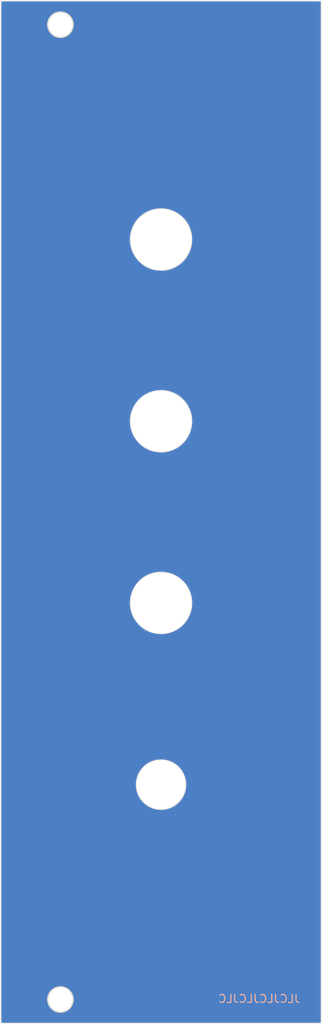
<source format=kicad_pcb>
(kicad_pcb (version 20211014) (generator pcbnew)

  (general
    (thickness 1.6)
  )

  (paper "A4")
  (title_block
    (title "Power Supply Panel")
    (date "2021-06-07")
    (rev "1.0")
  )

  (layers
    (0 "F.Cu" signal)
    (31 "B.Cu" signal)
    (32 "B.Adhes" user "B.Adhesive")
    (33 "F.Adhes" user "F.Adhesive")
    (34 "B.Paste" user)
    (35 "F.Paste" user)
    (36 "B.SilkS" user "B.Silkscreen")
    (37 "F.SilkS" user "F.Silkscreen")
    (38 "B.Mask" user)
    (39 "F.Mask" user)
    (40 "Dwgs.User" user "User.Drawings")
    (41 "Cmts.User" user "User.Comments")
    (42 "Eco1.User" user "User.Eco1")
    (43 "Eco2.User" user "User.Eco2")
    (44 "Edge.Cuts" user)
    (45 "Margin" user)
    (46 "B.CrtYd" user "B.Courtyard")
    (47 "F.CrtYd" user "F.Courtyard")
    (48 "B.Fab" user)
    (49 "F.Fab" user)
  )

  (setup
    (pad_to_mask_clearance 0)
    (pcbplotparams
      (layerselection 0x00010fc_ffffffff)
      (disableapertmacros false)
      (usegerberextensions true)
      (usegerberattributes false)
      (usegerberadvancedattributes false)
      (creategerberjobfile false)
      (svguseinch false)
      (svgprecision 6)
      (excludeedgelayer true)
      (plotframeref false)
      (viasonmask false)
      (mode 1)
      (useauxorigin false)
      (hpglpennumber 1)
      (hpglpenspeed 20)
      (hpglpendiameter 15.000000)
      (dxfpolygonmode true)
      (dxfimperialunits true)
      (dxfusepcbnewfont true)
      (psnegative false)
      (psa4output false)
      (plotreference true)
      (plotvalue false)
      (plotinvisibletext false)
      (sketchpadsonfab false)
      (subtractmaskfromsilk true)
      (outputformat 1)
      (mirror false)
      (drillshape 0)
      (scaleselection 1)
      (outputdirectory "gerbers/")
    )
  )

  (net 0 "")

  (gr_circle (center 138.7 33.2) (end 140.3 33.2) (layer "B.Mask") (width 2) (fill none) (tstamp 5fc03015-6f9b-4e08-9fd5-ba1cb6c63544))
  (gr_circle (center 138.7 155.7) (end 140.3 155.7) (layer "B.Mask") (width 2) (fill none) (tstamp 936bfc53-c96b-4a2a-919d-38082ae3a191))
  (gr_circle (center 151.35 128.7) (end 154.95 128.7) (layer "B.Mask") (width 5) (fill none) (tstamp d3a8e1a9-d4d6-43c3-a281-bf9d31297aeb))
  (gr_circle (center 138.7 33.2) (end 140.3 33.2) (layer "F.Mask") (width 2) (fill none) (tstamp 424012fd-48f4-4cba-9107-720f1512372b))
  (gr_circle (center 138.7 155.7) (end 140.3 155.7) (layer "F.Mask") (width 2) (fill none) (tstamp cc5cfc5b-07f7-4d97-89c7-bcfdfbae9ca7))
  (gr_circle (center 151.35 128.7) (end 154.95 128.7) (layer "F.Mask") (width 5) (fill none) (tstamp f3509610-03b3-4a5c-988c-cbd92bd1f824))
  (gr_line (start 131.2 158.7) (end 131.2 30.2) (layer "Edge.Cuts") (width 0.05) (tstamp 00000000-0000-0000-0000-000060bf992d))
  (gr_circle (center 151.35 105.866667) (end 155.2 105.866667) (layer "Edge.Cuts") (width 0.05) (fill none) (tstamp 00000000-0000-0000-0000-000060bf9949))
  (gr_circle (center 138.7 155.7) (end 140.3 155.7) (layer "Edge.Cuts") (width 0.15) (fill none) (tstamp 00000000-0000-0000-0000-000060bf998e))
  (gr_line (start 171.5 30.2) (end 171.5 158.7) (layer "Edge.Cuts") (width 0.05) (tstamp 02165243-61a3-4857-84ba-71a77cb9a387))
  (gr_circle (center 151.35 60.2) (end 155.2 60.2) (layer "Edge.Cuts") (width 0.05) (fill none) (tstamp 3559e287-424e-4397-b080-77c7ba6f395b))
  (gr_circle (center 138.7 33.2) (end 140.3 33.2) (layer "Edge.Cuts") (width 0.15) (fill none) (tstamp 563c12e4-8f8c-446c-a11f-94f5aa93b994))
  (gr_line (start 131.2 30.2) (end 171.5 30.2) (layer "Edge.Cuts") (width 0.05) (tstamp 825c70b0-4860-42b7-97dc-86bfa46e06fd))
  (gr_line (start 171.5 158.7) (end 131.2 158.7) (layer "Edge.Cuts") (width 0.05) (tstamp 9ff4672a-e1a4-4a1e-887d-1b9a3429d278))
  (gr_circle (center 151.35 128.7) (end 154.45 128.7) (layer "Edge.Cuts") (width 0.05) (fill none) (tstamp d0dfd7c1-401d-4f64-8463-f4c0813ac28f))
  (gr_circle (center 151.35 83.033333) (end 155.2 83.033333) (layer "Edge.Cuts") (width 0.05) (fill none) (tstamp f1dd8642-b405-490b-a449-d1cc5797fda8))
  (gr_text "JLCJLCJLCJLC" (at 163.7 155.6) (layer "B.SilkS") (tstamp 681bd495-c396-44ce-92bd-4b397cd48c04)
    (effects (font (size 1 1) (thickness 0.15)) (justify mirror))
  )
  (gr_text "On" (at 144.35 138.7) (layer "F.Mask") (tstamp 00000000-0000-0000-0000-000060bf995d)
    (effects (font (size 2.5 2.5) (thickness 0.25)))
  )
  (gr_text "+12V" (at 151.35 70.2) (layer "F.Mask") (tstamp 3934cdea-42c8-4ab1-b1be-2c4978ab08ae)
    (effects (font (size 2.5 2.5) (thickness 0.25)))
  )
  (gr_text "Off" (at 158.35 138.7) (layer "F.Mask") (tstamp 68b52f01-fa04-4908-bf88-60c62ace1cfa)
    (effects (font (size 2.5 2.5) (thickness 0.25)))
  )
  (gr_text "-12V" (at 151.35 93.033333) (layer "F.Mask") (tstamp 7e969d15-6cc0-4258-8b27-586608a21adb)
    (effects (font (size 2.5 2.5) (thickness 0.25)))
  )
  (gr_text "Power" (at 151.35 45.2) (layer "F.Mask") (tstamp 99030c03-63b4-49ba-b5ab-4d56974f7963)
    (effects (font (size 8 8) (thickness 1.2)))
  )
  (gr_text "+5V" (at 151.35 115.866667) (layer "F.Mask") (tstamp b8c83ad1-b3c9-495c-bdc6-62dead00f5ad)
    (effects (font (size 2.5 2.5) (thickness 0.25)))
  )

  (zone (net 0) (net_name "") (layer "F.Cu") (tstamp 00000000-0000-0000-0000-000060d15646) (hatch edge 0.508)
    (connect_pads (clearance 0))
    (min_thickness 0.254) (filled_areas_thickness no)
    (fill yes (thermal_gap 0.508) (thermal_bridge_width 0.508))
    (polygon
      (pts
        (xy 171.6 158.8)
        (xy 131.1 158.8)
        (xy 131.1 30.1)
        (xy 171.6 30.1)
      )
    )
    (filled_polygon
      (layer "F.Cu")
      (island)
      (pts
        (xy 171.367121 30.295002)
        (xy 171.413614 30.348658)
        (xy 171.425 30.401)
        (xy 171.425 158.499)
        (xy 171.404998 158.567121)
        (xy 171.351342 158.613614)
        (xy 171.299 158.625)
        (xy 131.401 158.625)
        (xy 131.332879 158.604998)
        (xy 131.286386 158.551342)
        (xy 131.275 158.499)
        (xy 131.275 155.656031)
        (xy 137.020879 155.656031)
        (xy 137.022991 155.7)
        (xy 137.032823 155.904704)
        (xy 137.081393 156.148879)
        (xy 137.16552 156.383194)
        (xy 137.283358 156.602501)
        (xy 137.286153 156.606244)
        (xy 137.286155 156.606247)
        (xy 137.429525 156.798242)
        (xy 137.42953 156.798248)
        (xy 137.432317 156.80198)
        (xy 137.609124 156.977252)
        (xy 137.612886 156.98001)
        (xy 137.612889 156.980013)
        (xy 137.806122 157.121697)
        (xy 137.809896 157.124464)
        (xy 137.814039 157.126644)
        (xy 137.814041 157.126645)
        (xy 138.026072 157.2382)
        (xy 138.026077 157.238202)
        (xy 138.030222 157.240383)
        (xy 138.034645 157.241928)
        (xy 138.034646 157.241928)
        (xy 138.161828 157.286342)
        (xy 138.265262 157.322463)
        (xy 138.269855 157.323335)
        (xy 138.505264 157.368029)
        (xy 138.505267 157.368029)
        (xy 138.509853 157.3689)
        (xy 138.628117 157.373547)
        (xy 138.753953 157.378491)
        (xy 138.753958 157.378491)
        (xy 138.758621 157.378674)
        (xy 138.91161 157.361919)
        (xy 139.001454 157.352079)
        (xy 139.001456 157.352079)
        (xy 139.0061 157.35157)
        (xy 139.246856 157.288185)
        (xy 139.475598 157.189909)
        (xy 139.687301 157.058903)
        (xy 139.783752 156.977252)
        (xy 139.873743 156.901069)
        (xy 139.873744 156.901068)
        (xy 139.877315 156.898045)
        (xy 139.96484 156.798242)
        (xy 140.03839 156.714375)
        (xy 140.038393 156.714371)
        (xy 140.041466 156.710867)
        (xy 140.081741 156.648252)
        (xy 140.173618 156.505413)
        (xy 140.173621 156.505408)
        (xy 140.176146 156.501482)
        (xy 140.278399 156.27449)
        (xy 140.345977 156.034878)
        (xy 140.377395 155.787909)
        (xy 140.379697 155.7)
        (xy 140.361247 155.451725)
        (xy 140.351427 155.408324)
        (xy 140.307333 155.213461)
        (xy 140.306302 155.208904)
        (xy 140.28834 155.162714)
        (xy 140.217763 154.981225)
        (xy 140.217762 154.981223)
        (xy 140.21607 154.976872)
        (xy 140.092532 154.760725)
        (xy 139.938403 154.565213)
        (xy 139.757068 154.39463)
        (xy 139.552511 154.252724)
        (xy 139.54832 154.250657)
        (xy 139.333414 154.144677)
        (xy 139.333411 154.144676)
        (xy 139.329226 154.142612)
        (xy 139.275347 154.125365)
        (xy 139.096562 154.068136)
        (xy 139.096564 154.068136)
        (xy 139.092117 154.066713)
        (xy 138.957653 154.044814)
        (xy 138.851007 154.027446)
        (xy 138.851006 154.027446)
        (xy 138.846395 154.026695)
        (xy 138.721926 154.025065)
        (xy 138.602134 154.023497)
        (xy 138.602131 154.023497)
        (xy 138.597457 154.023436)
        (xy 138.350771 154.057008)
        (xy 138.346281 154.058317)
        (xy 138.346275 154.058318)
        (xy 138.116251 154.125365)
        (xy 138.116246 154.125367)
        (xy 138.111758 154.126675)
        (xy 138.107511 154.128633)
        (xy 138.107508 154.128634)
        (xy 138.023114 154.16754)
        (xy 137.885667 154.230904)
        (xy 137.881758 154.233467)
        (xy 137.681378 154.364841)
        (xy 137.681373 154.364845)
        (xy 137.677465 154.367407)
        (xy 137.646964 154.39463)
        (xy 137.566722 154.466249)
        (xy 137.491727 154.533184)
        (xy 137.332533 154.724595)
        (xy 137.203379 154.937434)
        (xy 137.107104 155.167024)
        (xy 137.045821 155.408324)
        (xy 137.020879 155.656031)
        (xy 131.275 155.656031)
        (xy 131.275 128.6556)
        (xy 148.170307 128.6556)
        (xy 148.170398 128.657764)
        (xy 148.185174 129.010314)
        (xy 148.239488 129.36116)
        (xy 148.332571 129.703765)
        (xy 148.333861 129.707024)
        (xy 148.333863 129.707029)
        (xy 148.383524 129.832458)
        (xy 148.463265 130.033859)
        (xy 148.629939 130.347327)
        (xy 148.631929 130.350233)
        (xy 148.63193 130.350235)
        (xy 148.765761 130.545689)
        (xy 148.830517 130.640263)
        (xy 149.062497 130.909016)
        (xy 149.32299 131.150234)
        (xy 149.608747 131.360913)
        (xy 149.916208 131.538426)
        (xy 149.999388 131.574766)
        (xy 150.238318 131.679153)
        (xy 150.238328 131.679157)
        (xy 150.24154 131.68056)
        (xy 150.244897 131.681599)
        (xy 150.244902 131.681601)
        (xy 150.38594 131.725259)
        (xy 150.580688 131.785543)
        (xy 150.584144 131.786202)
        (xy 150.584143 131.786202)
        (xy 150.925973 131.85141)
        (xy 150.925978 131.851411)
        (xy 150.929424 131.852068)
        (xy 151.123971 131.867038)
        (xy 151.279906 131.879037)
        (xy 151.279908 131.879037)
        (xy 151.283403 131.879306)
        (xy 151.518559 131.871094)
        (xy 151.634696 131.867038)
        (xy 151.6347 131.867038)
        (xy 151.638212 131.866915)
        (xy 151.641691 131.866401)
        (xy 151.641694 131.866401)
        (xy 151.985936 131.815568)
        (xy 151.985942 131.815567)
        (xy 151.989428 131.815052)
        (xy 151.992832 131.814153)
        (xy 151.992835 131.814152)
        (xy 152.329284 131.725259)
        (xy 152.329285 131.725259)
        (xy 152.332675 131.724363)
        (xy 152.663673 131.595977)
        (xy 152.978298 131.431495)
        (xy 153.272627 131.232968)
        (xy 153.372663 131.147831)
        (xy 153.540319 131.005144)
        (xy 153.54032 131.005143)
        (xy 153.542992 131.002869)
        (xy 153.573064 130.970846)
        (xy 153.783613 130.746635)
        (xy 153.783617 130.74663)
        (xy 153.786024 130.744067)
        (xy 153.788129 130.741253)
        (xy 153.788135 130.741246)
        (xy 153.996583 130.462606)
        (xy 153.998692 130.459787)
        (xy 154.178347 130.153573)
        (xy 154.231647 130.033859)
        (xy 154.321316 129.832458)
        (xy 154.321318 129.832454)
        (xy 154.322748 129.829241)
        (xy 154.430097 129.490835)
        (xy 154.499055 129.142571)
        (xy 154.528763 128.788791)
        (xy 154.528824 128.784463)
        (xy 154.529973 128.702177)
        (xy 154.529973 128.702165)
        (xy 154.530003 128.7)
        (xy 154.527718 128.65912)
        (xy 154.510381 128.349036)
        (xy 154.510185 128.345528)
        (xy 154.492636 128.24177)
        (xy 154.451565 127.998944)
        (xy 154.451564 127.998939)
        (xy 154.450978 127.995475)
        (xy 154.35312 127.654203)
        (xy 154.305863 127.539548)
        (xy 154.219168 127.329211)
        (xy 154.219164 127.329204)
        (xy 154.21783 127.325966)
        (xy 154.046795 127.014855)
        (xy 153.886846 126.788111)
        (xy 153.844184 126.727634)
        (xy 153.844183 126.727632)
        (xy 153.842148 126.724748)
        (xy 153.606437 126.459261)
        (xy 153.342602 126.221703)
        (xy 153.053931 126.015035)
        (xy 153.050868 126.013323)
        (xy 153.050863 126.01332)
        (xy 152.892103 125.924592)
        (xy 152.744022 125.841832)
        (xy 152.740777 125.840468)
        (xy 152.740773 125.840466)
        (xy 152.419979 125.705617)
        (xy 152.416737 125.704254)
        (xy 152.413374 125.703264)
        (xy 152.413365 125.703261)
        (xy 152.20338 125.64146)
        (xy 152.076156 125.604016)
        (xy 151.726525 125.542367)
        (xy 151.723014 125.542146)
        (xy 151.723013 125.542146)
        (xy 151.375718 125.520295)
        (xy 151.375712 125.520295)
        (xy 151.3722 125.520074)
        (xy 151.271889 125.52498)
        (xy 151.021106 125.537245)
        (xy 151.021098 125.537246)
        (xy 151.017599 125.537417)
        (xy 151.014131 125.537979)
        (xy 151.014128 125.537979)
        (xy 150.670616 125.593616)
        (xy 150.670613 125.593617)
        (xy 150.667141 125.594179)
        (xy 150.663754 125.595125)
        (xy 150.663748 125.595126)
        (xy 150.38465 125.673053)
        (xy 150.325194 125.689653)
        (xy 150.285682 125.705617)
        (xy 149.999285 125.821328)
        (xy 149.999281 125.82133)
        (xy 149.996021 125.822647)
        (xy 149.992934 125.824316)
        (xy 149.99293 125.824318)
        (xy 149.970611 125.836386)
        (xy 149.683723 125.991506)
        (xy 149.392195 126.194123)
        (xy 149.389553 126.196436)
        (xy 149.389549 126.196439)
        (xy 149.357998 126.22406)
        (xy 149.125068 126.427975)
        (xy 148.885674 126.690145)
        (xy 148.676996 126.977366)
        (xy 148.501634 127.286059)
        (xy 148.361775 127.612375)
        (xy 148.259161 127.952247)
        (xy 148.195072 128.30144)
        (xy 148.170307 128.6556)
        (xy 131.275 128.6556)
        (xy 131.275 105.852949)
        (xy 147.41998 105.852949)
        (xy 147.420006 105.85349)
        (xy 147.438713 106.250172)
        (xy 147.497491 106.643469)
        (xy 147.498277 106.646551)
        (xy 147.498277 106.646553)
        (xy 147.593638 107.020667)
        (xy 147.595714 107.028813)
        (xy 147.611166 107.071038)
        (xy 147.710206 107.341677)
        (xy 147.732375 107.402258)
        (xy 147.906076 107.75998)
        (xy 148.115038 108.098318)
        (xy 148.357121 108.413807)
        (xy 148.359303 108.416123)
        (xy 148.359312 108.416133)
        (xy 148.550037 108.618524)
        (xy 148.629847 108.703216)
        (xy 148.662552 108.731546)
        (xy 148.928013 108.961497)
        (xy 148.92802 108.961503)
        (xy 148.930423 108.963584)
        (xy 149.255773 109.192243)
        (xy 149.602564 109.386854)
        (xy 149.605478 109.388121)
        (xy 149.605482 109.388123)
        (xy 149.665012 109.414007)
        (xy 149.967247 109.545422)
        (xy 150.123191 109.59519)
        (xy 150.343043 109.665354)
        (xy 150.343051 109.665356)
        (xy 150.346087 109.666325)
        (xy 150.557256 109.710826)
        (xy 150.732087 109.747669)
        (xy 150.732092 109.74767)
        (xy 150.735206 109.748326)
        (xy 151.130619 109.790583)
        (xy 151.133806 109.7906)
        (xy 151.133812 109.7906)
        (xy 151.3144 109.791545)
        (xy 151.528279 109.792665)
        (xy 151.635383 109.782352)
        (xy 151.920929 109.754858)
        (xy 151.920937 109.754857)
        (xy 151.924113 109.754551)
        (xy 152.314069 109.67663)
        (xy 152.317105 109.675696)
        (xy 152.317113 109.675694)
        (xy 152.691112 109.560636)
        (xy 152.691115 109.560635)
        (xy 152.694154 109.5597)
        (xy 152.697082 109.558463)
        (xy 152.697088 109.558461)
        (xy 152.861975 109.48881)
        (xy 153.060477 109.404959)
        (xy 153.06328 109.403424)
        (xy 153.063285 109.403422)
        (xy 153.315442 109.26537)
        (xy 153.409288 109.213991)
        (xy 153.737014 108.988751)
        (xy 153.739453 108.986683)
        (xy 153.739459 108.986678)
        (xy 154.03786 108.733616)
        (xy 154.037868 108.733608)
        (xy 154.0403 108.731546)
        (xy 154.042508 108.729251)
        (xy 154.042516 108.729244)
        (xy 154.313827 108.44731)
        (xy 154.313829 108.447307)
        (xy 154.316042 108.445008)
        (xy 154.561415 108.132071)
        (xy 154.773909 107.79594)
        (xy 154.775326 107.793097)
        (xy 154.775331 107.793089)
        (xy 154.949926 107.442904)
        (xy 154.951346 107.440056)
        (xy 155.09191 107.068063)
        (xy 155.194163 106.683769)
        (xy 155.199327 106.651534)
        (xy 155.256552 106.29426)
        (xy 155.257057 106.291109)
        (xy 155.258023 106.274365)
        (xy 155.27985 105.895799)
        (xy 155.279948 105.894104)
        (xy 155.280044 105.866667)
        (xy 155.279377 105.85349)
        (xy 155.260086 105.472684)
        (xy 155.260085 105.472679)
        (xy 155.259925 105.469511)
        (xy 155.199774 105.076422)
        (xy 155.100206 104.691424)
        (xy 154.962242 104.318458)
        (xy 154.824118 104.036511)
        (xy 154.788695 103.964203)
        (xy 154.788692 103.964197)
        (xy 154.787294 103.961344)
        (xy 154.577153 103.623738)
        (xy 154.33397 103.309096)
        (xy 154.060235 103.02064)
        (xy 153.758752 102.761323)
        (xy 153.432606 102.533801)
        (xy 153.085137 102.340402)
        (xy 153.082217 102.339144)
        (xy 153.082212 102.339142)
        (xy 152.722837 102.184371)
        (xy 152.722827 102.184367)
        (xy 152.719903 102.183108)
        (xy 152.340644 102.063527)
        (xy 152.061081 102.005633)
        (xy 151.954366 101.983533)
        (xy 151.954363 101.983533)
        (xy 151.951241 101.982886)
        (xy 151.646703 101.951415)
        (xy 151.558839 101.942335)
        (xy 151.558836 101.942335)
        (xy 151.555683 101.942009)
        (xy 151.552517 101.942003)
        (xy 151.552508 101.942003)
        (xy 151.356105 101.941661)
        (xy 151.158018 101.941315)
        (xy 150.894346 101.967633)
        (xy 150.765505 101.980493)
        (xy 150.765503 101.980493)
        (xy 150.76232 101.980811)
        (xy 150.75918 101.98145)
        (xy 150.759179 101.98145)
        (xy 150.375772 102.059455)
        (xy 150.375765 102.059457)
        (xy 150.372638 102.060093)
        (xy 149.992963 102.178348)
        (xy 149.990023 102.179602)
        (xy 149.630119 102.333114)
        (xy 149.630115 102.333116)
        (xy 149.627182 102.334367)
        (xy 149.279041 102.526551)
        (xy 149.27642 102.528366)
        (xy 149.276415 102.528369)
        (xy 149.265938 102.535624)
        (xy 148.952103 102.752934)
        (xy 148.949675 102.755008)
        (xy 148.949672 102.75501)
        (xy 148.808276 102.875774)
        (xy 148.649716 103.011197)
        (xy 148.647516 103.013499)
        (xy 148.647513 103.013502)
        (xy 148.542064 103.123848)
        (xy 148.374976 103.298695)
        (xy 148.130696 103.612486)
        (xy 148.129 103.61519)
        (xy 148.128997 103.615194)
        (xy 148.068131 103.712223)
        (xy 147.919378 103.949357)
        (xy 147.743184 104.305858)
        (xy 147.603919 104.67834)
        (xy 147.503008 105.062989)
        (xy 147.441485 105.455866)
        (xy 147.41998 105.852949)
        (xy 131.275 105.852949)
        (xy 131.275 83.019615)
        (xy 147.41998 83.019615)
        (xy 147.420006 83.020156)
        (xy 147.438713 83.416838)
        (xy 147.497491 83.810135)
        (xy 147.498277 83.813217)
        (xy 147.498277 83.813219)
        (xy 147.593638 84.187333)
        (xy 147.595714 84.195479)
        (xy 147.611166 84.237704)
        (xy 147.710206 84.508343)
        (xy 147.732375 84.568924)
        (xy 147.906076 84.926646)
        (xy 148.115038 85.264984)
        (xy 148.357121 85.580473)
        (xy 148.359303 85.582789)
        (xy 148.359312 85.582799)
        (xy 148.550037 85.78519)
        (xy 148.629847 85.869882)
        (xy 148.662552 85.898212)
        (xy 148.928013 86.128163)
        (xy 148.92802 86.128169)
        (xy 148.930423 86.13025)
        (xy 149.255773 86.358909)
        (xy 149.602564 86.55352)
        (xy 149.605478 86.554787)
        (xy 149.605482 86.554789)
        (xy 149.665012 86.580673)
        (xy 149.967247 86.712088)
        (xy 150.123191 86.761856)
        (xy 150.343043 86.83202)
        (xy 150.343051 86.832022)
        (xy 150.346087 86.832991)
        (xy 150.557256 86.877492)
        (xy 150.732087 86.914335)
        (xy 150.732092 86.914336)
        (xy 150.735206 86.914992)
        (xy 151.130619 86.957249)
        (xy 151.133806 86.957266)
        (xy 151.133812 86.957266)
        (xy 151.3144 86.958211)
        (xy 151.528279 86.959331)
        (xy 151.635383 86.949018)
        (xy 151.920929 86.921524)
        (xy 151.920937 86.921523)
        (xy 151.924113 86.921217)
        (xy 152.314069 86.843296)
        (xy 152.317105 86.842362)
        (xy 152.317113 86.84236)
        (xy 152.691112 86.727302)
        (xy 152.691115 86.727301)
        (xy 152.694154 86.726366)
        (xy 152.697082 86.725129)
        (xy 152.697088 86.725127)
        (xy 152.861975 86.655476)
        (xy 153.060477 86.571625)
        (xy 153.06328 86.57009)
        (xy 153.063285 86.570088)
        (xy 153.315442 86.432036)
        (xy 153.409288 86.380657)
        (xy 153.737014 86.155417)
        (xy 153.739453 86.153349)
        (xy 153.739459 86.153344)
        (xy 154.03786 85.900282)
        (xy 154.037868 85.900274)
        (xy 154.0403 85.898212)
        (xy 154.042508 85.895917)
        (xy 154.042516 85.89591)
        (xy 154.313827 85.613976)
        (xy 154.313829 85.613973)
        (xy 154.316042 85.611674)
        (xy 154.561415 85.298737)
        (xy 154.773909 84.962606)
        (xy 154.775326 84.959763)
        (xy 154.775331 84.959755)
        (xy 154.949926 84.60957)
        (xy 154.951346 84.606722)
        (xy 155.09191 84.234729)
        (xy 155.194163 83.850435)
        (xy 155.199327 83.8182)
        (xy 155.256552 83.460926)
        (xy 155.257057 83.457775)
        (xy 155.258023 83.441031)
        (xy 155.27985 83.062465)
        (xy 155.279948 83.06077)
        (xy 155.280044 83.033333)
        (xy 155.279377 83.020156)
        (xy 155.260086 82.63935)
        (xy 155.260085 82.639345)
        (xy 155.259925 82.636177)
        (xy 155.199774 82.243088)
        (xy 155.100206 81.85809)
        (xy 154.962242 81.485124)
        (xy 154.824118 81.203177)
        (xy 154.788695 81.130869)
        (xy 154.788692 81.130863)
        (xy 154.787294 81.12801)
        (xy 154.577153 80.790404)
        (xy 154.33397 80.475762)
        (xy 154.060235 80.187306)
        (xy 153.758752 79.927989)
        (xy 153.432606 79.700467)
        (xy 153.085137 79.507068)
        (xy 153.082217 79.50581)
        (xy 153.082212 79.505808)
        (xy 152.722837 79.351037)
        (xy 152.722827 79.351033)
        (xy 152.719903 79.349774)
        (xy 152.340644 79.230193)
        (xy 152.061081 79.172299)
        (xy 151.954366 79.150199)
        (xy 151.954363 79.150199)
        (xy 151.951241 79.149552)
        (xy 151.646703 79.118081)
        (xy 151.558839 79.109001)
        (xy 151.558836 79.109001)
        (xy 151.555683 79.108675)
        (xy 151.552517 79.108669)
        (xy 151.552508 79.108669)
        (xy 151.356105 79.108327)
        (xy 151.158018 79.107981)
        (xy 150.894346 79.134299)
        (xy 150.765505 79.147159)
        (xy 150.765503 79.147159)
        (xy 150.76232 79.147477)
        (xy 150.75918 79.148116)
        (xy 150.759179 79.148116)
        (xy 150.375772 79.226121)
        (xy 150.375765 79.226123)
        (xy 150.372638 79.226759)
        (xy 149.992963 79.345014)
        (xy 149.990023 79.346268)
        (xy 149.630119 79.49978)
        (xy 149.630115 79.499782)
        (xy 149.627182 79.501033)
        (xy 149.279041 79.693217)
        (xy 149.27642 79.695032)
        (xy 149.276415 79.695035)
        (xy 149.265938 79.70229)
        (xy 148.952103 79.9196)
        (xy 148.949675 79.921674)
        (xy 148.949672 79.921676)
        (xy 148.808276 80.04244)
        (xy 148.649716 80.177863)
        (xy 148.647516 80.180165)
        (xy 148.647513 80.180168)
        (xy 148.542064 80.290514)
        (xy 148.374976 80.465361)
        (xy 148.130696 80.779152)
        (xy 148.129 80.781856)
        (xy 148.128997 80.78186)
        (xy 148.068131 80.878889)
        (xy 147.919378 81.116023)
        (xy 147.743184 81.472524)
        (xy 147.603919 81.845006)
        (xy 147.503008 82.229655)
        (xy 147.441485 82.622532)
        (xy 147.41998 83.019615)
        (xy 131.275 83.019615)
        (xy 131.275 60.186282)
        (xy 147.41998 60.186282)
        (xy 147.420006 60.186823)
        (xy 147.438713 60.583505)
        (xy 147.497491 60.976802)
        (xy 147.498277 60.979884)
        (xy 147.498277 60.979886)
        (xy 147.593638 61.354)
        (xy 147.595714 61.362146)
        (xy 147.611166 61.404371)
        (xy 147.710206 61.67501)
        (xy 147.732375 61.735591)
        (xy 147.906076 62.093313)
        (xy 148.115038 62.431651)
        (xy 148.357121 62.74714)
        (xy 148.359303 62.749456)
        (xy 148.359312 62.749466)
        (xy 148.550037 62.951857)
        (xy 148.629847 63.036549)
        (xy 148.662552 63.064879)
        (xy 148.928013 63.29483)
        (xy 148.92802 63.294836)
        (xy 148.930423 63.296917)
        (xy 149.255773 63.525576)
        (xy 149.602564 63.720187)
        (xy 149.605478 63.721454)
        (xy 149.605482 63.721456)
        (xy 149.665012 63.74734)
        (xy 149.967247 63.878755)
        (xy 150.123191 63.928523)
        (xy 150.343043 63.998687)
        (xy 150.343051 63.998689)
        (xy 150.346087 63.999658)
        (xy 150.557256 64.044159)
        (xy 150.732087 64.081002)
        (xy 150.732092 64.081003)
        (xy 150.735206 64.081659)
        (xy 151.130619 64.123916)
        (xy 151.133806 64.123933)
        (xy 151.133812 64.123933)
        (xy 151.3144 64.124878)
        (xy 151.528279 64.125998)
        (xy 151.635383 64.115685)
        (xy 151.920929 64.088191)
        (xy 151.920937 64.08819)
        (xy 151.924113 64.087884)
        (xy 152.314069 64.009963)
        (xy 152.317105 64.009029)
        (xy 152.317113 64.009027)
        (xy 152.691112 63.893969)
        (xy 152.691115 63.893968)
        (xy 152.694154 63.893033)
        (xy 152.697082 63.891796)
        (xy 152.697088 63.891794)
        (xy 152.861975 63.822143)
        (xy 153.060477 63.738292)
        (xy 153.06328 63.736757)
        (xy 153.063285 63.736755)
        (xy 153.315442 63.598703)
        (xy 153.409288 63.547324)
        (xy 153.737014 63.322084)
        (xy 153.739453 63.320016)
        (xy 153.739459 63.320011)
        (xy 154.03786 63.066949)
        (xy 154.037868 63.066941)
        (xy 154.0403 63.064879)
        (xy 154.042508 63.062584)
        (xy 154.042516 63.062577)
        (xy 154.313827 62.780643)
        (xy 154.313829 62.78064)
        (xy 154.316042 62.778341)
        (xy 154.561415 62.465404)
        (xy 154.773909 62.129273)
        (xy 154.775326 62.12643)
        (xy 154.775331 62.126422)
        (xy 154.949926 61.776237)
        (xy 154.951346 61.773389)
        (xy 155.09191 61.401396)
        (xy 155.194163 61.017102)
        (xy 155.199327 60.984867)
        (xy 155.256552 60.627593)
        (xy 155.257057 60.624442)
        (xy 155.258023 60.607698)
        (xy 155.27985 60.229132)
        (xy 155.279948 60.227437)
        (xy 155.280044 60.2)
        (xy 155.279377 60.186823)
        (xy 155.260086 59.806017)
        (xy 155.260085 59.806012)
        (xy 155.259925 59.802844)
        (xy 155.199774 59.409755)
        (xy 155.100206 59.024757)
        (xy 154.962242 58.651791)
        (xy 154.824118 58.369844)
        (xy 154.788695 58.297536)
        (xy 154.788692 58.29753)
        (xy 154.787294 58.294677)
        (xy 154.577153 57.957071)
        (xy 154.33397 57.642429)
        (xy 154.060235 57.353973)
        (xy 153.758752 57.094656)
        (xy 153.432606 56.867134)
        (xy 153.085137 56.673735)
        (xy 153.082217 56.672477)
        (xy 153.082212 56.672475)
        (xy 152.722837 56.517704)
        (xy 152.722827 56.5177)
        (xy 152.719903 56.516441)
        (xy 152.340644 56.39686)
        (xy 152.061081 56.338966)
        (xy 151.954366 56.316866)
        (xy 151.954363 56.316866)
        (xy 151.951241 56.316219)
        (xy 151.646703 56.284748)
        (xy 151.558839 56.275668)
        (xy 151.558836 56.275668)
        (xy 151.555683 56.275342)
        (xy 151.552517 56.275336)
        (xy 151.552508 56.275336)
        (xy 151.356105 56.274994)
        (xy 151.158018 56.274648)
        (xy 150.894346 56.300966)
        (xy 150.765505 56.313826)
        (xy 150.765503 56.313826)
        (xy 150.76232 56.314144)
        (xy 150.75918 56.314783)
        (xy 150.759179 56.314783)
        (xy 150.375772 56.392788)
        (xy 150.375765 56.39279)
        (xy 150.372638 56.393426)
        (xy 149.992963 56.511681)
        (xy 149.990023 56.512935)
        (xy 149.630119 56.666447)
        (xy 149.630115 56.666449)
        (xy 149.627182 56.6677)
        (xy 149.279041 56.859884)
        (xy 149.27642 56.861699)
        (xy 149.276415 56.861702)
        (xy 149.265938 56.868957)
        (xy 148.952103 57.086267)
        (xy 148.949675 57.088341)
        (xy 148.949672 57.088343)
        (xy 148.808276 57.209107)
        (xy 148.649716 57.34453)
        (xy 148.647516 57.346832)
        (xy 148.647513 57.346835)
        (xy 148.542064 57.457181)
        (xy 148.374976 57.632028)
        (xy 148.130696 57.945819)
        (xy 148.129 57.948523)
        (xy 148.128997 57.948527)
        (xy 148.068131 58.045556)
        (xy 147.919378 58.28269)
        (xy 147.743184 58.639191)
        (xy 147.603919 59.011673)
        (xy 147.503008 59.396322)
        (xy 147.441485 59.789199)
        (xy 147.41998 60.186282)
        (xy 131.275 60.186282)
        (xy 131.275 33.156031)
        (xy 137.020879 33.156031)
        (xy 137.022991 33.2)
        (xy 137.032823 33.404704)
        (xy 137.081393 33.648879)
        (xy 137.16552 33.883194)
        (xy 137.283358 34.102501)
        (xy 137.286153 34.106244)
        (xy 137.286155 34.106247)
        (xy 137.429525 34.298242)
        (xy 137.42953 34.298248)
        (xy 137.432317 34.30198)
        (xy 137.609124 34.477252)
        (xy 137.612886 34.48001)
        (xy 137.612889 34.480013)
        (xy 137.806122 34.621697)
        (xy 137.809896 34.624464)
        (xy 137.814039 34.626644)
        (xy 137.814041 34.626645)
        (xy 138.026072 34.7382)
        (xy 138.026077 34.738202)
        (xy 138.030222 34.740383)
        (xy 138.034645 34.741928)
        (xy 138.034646 34.741928)
        (xy 138.161828 34.786342)
        (xy 138.265262 34.822463)
        (xy 138.269855 34.823335)
        (xy 138.505264 34.868029)
        (xy 138.505267 34.868029)
        (xy 138.509853 34.8689)
        (xy 138.628117 34.873547)
        (xy 138.753953 34.878491)
        (xy 138.753958 34.878491)
        (xy 138.758621 34.878674)
        (xy 138.91161 34.861919)
        (xy 139.001454 34.852079)
        (xy 139.001456 34.852079)
        (xy 139.0061 34.85157)
        (xy 139.246856 34.788185)
        (xy 139.475598 34.689909)
        (xy 139.687301 34.558903)
        (xy 139.783752 34.477252)
        (xy 139.873743 34.401069)
        (xy 139.873744 34.401068)
        (xy 139.877315 34.398045)
        (xy 139.96484 34.298242)
        (xy 140.03839 34.214375)
        (xy 140.038393 34.214371)
        (xy 140.041466 34.210867)
        (xy 140.081741 34.148252)
        (xy 140.173618 34.005413)
        (xy 140.173621 34.005408)
        (xy 140.176146 34.001482)
        (xy 140.278399 33.77449)
        (xy 140.345977 33.534878)
        (xy 140.377395 33.287909)
        (xy 140.379697 33.2)
        (xy 140.361247 32.951725)
        (xy 140.351427 32.908324)
        (xy 140.307333 32.713461)
        (xy 140.306302 32.708904)
        (xy 140.28834 32.662714)
        (xy 140.217763 32.481225)
        (xy 140.217762 32.481223)
        (xy 140.21607 32.476872)
        (xy 140.092532 32.260725)
        (xy 139.938403 32.065213)
        (xy 139.757068 31.89463)
        (xy 139.552511 31.752724)
        (xy 139.54832 31.750657)
        (xy 139.333414 31.644677)
        (xy 139.333411 31.644676)
        (xy 139.329226 31.642612)
        (xy 139.275347 31.625365)
        (xy 139.096562 31.568136)
        (xy 139.096564 31.568136)
        (xy 139.092117 31.566713)
        (xy 138.957653 31.544814)
        (xy 138.851007 31.527446)
        (xy 138.851006 31.527446)
        (xy 138.846395 31.526695)
        (xy 138.721926 31.525065)
        (xy 138.602134 31.523497)
        (xy 138.602131 31.523497)
        (xy 138.597457 31.523436)
        (xy 138.350771 31.557008)
        (xy 138.346281 31.558317)
        (xy 138.346275 31.558318)
        (xy 138.116251 31.625365)
        (xy 138.116246 31.625367)
        (xy 138.111758 31.626675)
        (xy 138.107511 31.628633)
        (xy 138.107508 31.628634)
        (xy 138.023114 31.66754)
        (xy 137.885667 31.730904)
        (xy 137.881758 31.733467)
        (xy 137.681378 31.864841)
        (xy 137.681373 31.864845)
        (xy 137.677465 31.867407)
        (xy 137.646964 31.89463)
        (xy 137.566722 31.966249)
        (xy 137.491727 32.033184)
        (xy 137.332533 32.224595)
        (xy 137.203379 32.437434)
        (xy 137.107104 32.667024)
        (xy 137.045821 32.908324)
        (xy 137.020879 33.156031)
        (xy 131.275 33.156031)
        (xy 131.275 30.401)
        (xy 131.295002 30.332879)
        (xy 131.348658 30.286386)
        (xy 131.401 30.275)
        (xy 171.299 30.275)
      )
    )
  )
  (zone (net 0) (net_name "") (layer "B.Cu") (tstamp 00000000-0000-0000-0000-000060d15643) (hatch edge 0.508)
    (connect_pads (clearance 0))
    (min_thickness 0.254) (filled_areas_thickness no)
    (fill yes (thermal_gap 0.508) (thermal_bridge_width 0.508))
    (polygon
      (pts
        (xy 171.6 158.8)
        (xy 131.1 158.8)
        (xy 131.1 30.1)
        (xy 171.6 30.1)
      )
    )
    (filled_polygon
      (layer "B.Cu")
      (island)
      (pts
        (xy 171.367121 30.295002)
        (xy 171.413614 30.348658)
        (xy 171.425 30.401)
        (xy 171.425 158.499)
        (xy 171.404998 158.567121)
        (xy 171.351342 158.613614)
        (xy 171.299 158.625)
        (xy 131.401 158.625)
        (xy 131.332879 158.604998)
        (xy 131.286386 158.551342)
        (xy 131.275 158.499)
        (xy 131.275 155.656031)
        (xy 137.020879 155.656031)
        (xy 137.022991 155.7)
        (xy 137.032823 155.904704)
        (xy 137.081393 156.148879)
        (xy 137.16552 156.383194)
        (xy 137.283358 156.602501)
        (xy 137.286153 156.606244)
        (xy 137.286155 156.606247)
        (xy 137.429525 156.798242)
        (xy 137.42953 156.798248)
        (xy 137.432317 156.80198)
        (xy 137.609124 156.977252)
        (xy 137.612886 156.98001)
        (xy 137.612889 156.980013)
        (xy 137.806122 157.121697)
        (xy 137.809896 157.124464)
        (xy 137.814039 157.126644)
        (xy 137.814041 157.126645)
        (xy 138.026072 157.2382)
        (xy 138.026077 157.238202)
        (xy 138.030222 157.240383)
        (xy 138.034645 157.241928)
        (xy 138.034646 157.241928)
        (xy 138.161828 157.286342)
        (xy 138.265262 157.322463)
        (xy 138.269855 157.323335)
        (xy 138.505264 157.368029)
        (xy 138.505267 157.368029)
        (xy 138.509853 157.3689)
        (xy 138.628117 157.373547)
        (xy 138.753953 157.378491)
        (xy 138.753958 157.378491)
        (xy 138.758621 157.378674)
        (xy 138.91161 157.361919)
        (xy 139.001454 157.352079)
        (xy 139.001456 157.352079)
        (xy 139.0061 157.35157)
        (xy 139.246856 157.288185)
        (xy 139.475598 157.189909)
        (xy 139.687301 157.058903)
        (xy 139.783752 156.977252)
        (xy 139.873743 156.901069)
        (xy 139.873744 156.901068)
        (xy 139.877315 156.898045)
        (xy 139.96484 156.798242)
        (xy 140.03839 156.714375)
        (xy 140.038393 156.714371)
        (xy 140.041466 156.710867)
        (xy 140.081741 156.648252)
        (xy 140.173618 156.505413)
        (xy 140.173621 156.505408)
        (xy 140.176146 156.501482)
        (xy 140.278399 156.27449)
        (xy 140.345977 156.034878)
        (xy 140.377395 155.787909)
        (xy 140.379697 155.7)
        (xy 140.361247 155.451725)
        (xy 140.351427 155.408324)
        (xy 140.307333 155.213461)
        (xy 140.306302 155.208904)
        (xy 140.28834 155.162714)
        (xy 140.217763 154.981225)
        (xy 140.217762 154.981223)
        (xy 140.21607 154.976872)
        (xy 140.092532 154.760725)
        (xy 139.938403 154.565213)
        (xy 139.757068 154.39463)
        (xy 139.552511 154.252724)
        (xy 139.54832 154.250657)
        (xy 139.333414 154.144677)
        (xy 139.333411 154.144676)
        (xy 139.329226 154.142612)
        (xy 139.275347 154.125365)
        (xy 139.096562 154.068136)
        (xy 139.096564 154.068136)
        (xy 139.092117 154.066713)
        (xy 138.957653 154.044814)
        (xy 138.851007 154.027446)
        (xy 138.851006 154.027446)
        (xy 138.846395 154.026695)
        (xy 138.721926 154.025065)
        (xy 138.602134 154.023497)
        (xy 138.602131 154.023497)
        (xy 138.597457 154.023436)
        (xy 138.350771 154.057008)
        (xy 138.346281 154.058317)
        (xy 138.346275 154.058318)
        (xy 138.116251 154.125365)
        (xy 138.116246 154.125367)
        (xy 138.111758 154.126675)
        (xy 138.107511 154.128633)
        (xy 138.107508 154.128634)
        (xy 138.023114 154.16754)
        (xy 137.885667 154.230904)
        (xy 137.881758 154.233467)
        (xy 137.681378 154.364841)
        (xy 137.681373 154.364845)
        (xy 137.677465 154.367407)
        (xy 137.646964 154.39463)
        (xy 137.566722 154.466249)
        (xy 137.491727 154.533184)
        (xy 137.332533 154.724595)
        (xy 137.203379 154.937434)
        (xy 137.107104 155.167024)
        (xy 137.045821 155.408324)
        (xy 137.020879 155.656031)
        (xy 131.275 155.656031)
        (xy 131.275 128.6556)
        (xy 148.170307 128.6556)
        (xy 148.170398 128.657764)
        (xy 148.185174 129.010314)
        (xy 148.239488 129.36116)
        (xy 148.332571 129.703765)
        (xy 148.333861 129.707024)
        (xy 148.333863 129.707029)
        (xy 148.383524 129.832458)
        (xy 148.463265 130.033859)
        (xy 148.629939 130.347327)
        (xy 148.631929 130.350233)
        (xy 148.63193 130.350235)
        (xy 148.765761 130.545689)
        (xy 148.830517 130.640263)
        (xy 149.062497 130.909016)
        (xy 149.32299 131.150234)
        (xy 149.608747 131.360913)
        (xy 149.916208 131.538426)
        (xy 149.999388 131.574766)
        (xy 150.238318 131.679153)
        (xy 150.238328 131.679157)
        (xy 150.24154 131.68056)
        (xy 150.244897 131.681599)
        (xy 150.244902 131.681601)
        (xy 150.38594 131.725259)
        (xy 150.580688 131.785543)
        (xy 150.584144 131.786202)
        (xy 150.584143 131.786202)
        (xy 150.925973 131.85141)
        (xy 150.925978 131.851411)
        (xy 150.929424 131.852068)
        (xy 151.123971 131.867038)
        (xy 151.279906 131.879037)
        (xy 151.279908 131.879037)
        (xy 151.283403 131.879306)
        (xy 151.518559 131.871094)
        (xy 151.634696 131.867038)
        (xy 151.6347 131.867038)
        (xy 151.638212 131.866915)
        (xy 151.641691 131.866401)
        (xy 151.641694 131.866401)
        (xy 151.985936 131.815568)
        (xy 151.985942 131.815567)
        (xy 151.989428 131.815052)
        (xy 151.992832 131.814153)
        (xy 151.992835 131.814152)
        (xy 152.329284 131.725259)
        (xy 152.329285 131.725259)
        (xy 152.332675 131.724363)
        (xy 152.663673 131.595977)
        (xy 152.978298 131.431495)
        (xy 153.272627 131.232968)
        (xy 153.372663 131.147831)
        (xy 153.540319 131.005144)
        (xy 153.54032 131.005143)
        (xy 153.542992 131.002869)
        (xy 153.573064 130.970846)
        (xy 153.783613 130.746635)
        (xy 153.783617 130.74663)
        (xy 153.786024 130.744067)
        (xy 153.788129 130.741253)
        (xy 153.788135 130.741246)
        (xy 153.996583 130.462606)
        (xy 153.998692 130.459787)
        (xy 154.178347 130.153573)
        (xy 154.231647 130.033859)
        (xy 154.321316 129.832458)
        (xy 154.321318 129.832454)
        (xy 154.322748 129.829241)
        (xy 154.430097 129.490835)
        (xy 154.499055 129.142571)
        (xy 154.528763 128.788791)
        (xy 154.528824 128.784463)
        (xy 154.529973 128.702177)
        (xy 154.529973 128.702165)
        (xy 154.530003 128.7)
        (xy 154.527718 128.65912)
        (xy 154.510381 128.349036)
        (xy 154.510185 128.345528)
        (xy 154.492636 128.24177)
        (xy 154.451565 127.998944)
        (xy 154.451564 127.998939)
        (xy 154.450978 127.995475)
        (xy 154.35312 127.654203)
        (xy 154.305863 127.539548)
        (xy 154.219168 127.329211)
        (xy 154.219164 127.329204)
        (xy 154.21783 127.325966)
        (xy 154.046795 127.014855)
        (xy 153.886846 126.788111)
        (xy 153.844184 126.727634)
        (xy 153.844183 126.727632)
        (xy 153.842148 126.724748)
        (xy 153.606437 126.459261)
        (xy 153.342602 126.221703)
        (xy 153.053931 126.015035)
        (xy 153.050868 126.013323)
        (xy 153.050863 126.01332)
        (xy 152.892103 125.924592)
        (xy 152.744022 125.841832)
        (xy 152.740777 125.840468)
        (xy 152.740773 125.840466)
        (xy 152.419979 125.705617)
        (xy 152.416737 125.704254)
        (xy 152.413374 125.703264)
        (xy 152.413365 125.703261)
        (xy 152.20338 125.64146)
        (xy 152.076156 125.604016)
        (xy 151.726525 125.542367)
        (xy 151.723014 125.542146)
        (xy 151.723013 125.542146)
        (xy 151.375718 125.520295)
        (xy 151.375712 125.520295)
        (xy 151.3722 125.520074)
        (xy 151.271889 125.52498)
        (xy 151.021106 125.537245)
        (xy 151.021098 125.537246)
        (xy 151.017599 125.537417)
        (xy 151.014131 125.537979)
        (xy 151.014128 125.537979)
        (xy 150.670616 125.593616)
        (xy 150.670613 125.593617)
        (xy 150.667141 125.594179)
        (xy 150.663754 125.595125)
        (xy 150.663748 125.595126)
        (xy 150.38465 125.673053)
        (xy 150.325194 125.689653)
        (xy 150.285682 125.705617)
        (xy 149.999285 125.821328)
        (xy 149.999281 125.82133)
        (xy 149.996021 125.822647)
        (xy 149.992934 125.824316)
        (xy 149.99293 125.824318)
        (xy 149.970611 125.836386)
        (xy 149.683723 125.991506)
        (xy 149.392195 126.194123)
        (xy 149.389553 126.196436)
        (xy 149.389549 126.196439)
        (xy 149.357998 126.22406)
        (xy 149.125068 126.427975)
        (xy 148.885674 126.690145)
        (xy 148.676996 126.977366)
        (xy 148.501634 127.286059)
        (xy 148.361775 127.612375)
        (xy 148.259161 127.952247)
        (xy 148.195072 128.30144)
        (xy 148.170307 128.6556)
        (xy 131.275 128.6556)
        (xy 131.275 105.852949)
        (xy 147.41998 105.852949)
        (xy 147.420006 105.85349)
        (xy 147.438713 106.250172)
        (xy 147.497491 106.643469)
        (xy 147.498277 106.646551)
        (xy 147.498277 106.646553)
        (xy 147.593638 107.020667)
        (xy 147.595714 107.028813)
        (xy 147.611166 107.071038)
        (xy 147.710206 107.341677)
        (xy 147.732375 107.402258)
        (xy 147.906076 107.75998)
        (xy 148.115038 108.098318)
        (xy 148.357121 108.413807)
        (xy 148.359303 108.416123)
        (xy 148.359312 108.416133)
        (xy 148.550037 108.618524)
        (xy 148.629847 108.703216)
        (xy 148.662552 108.731546)
        (xy 148.928013 108.961497)
        (xy 148.92802 108.961503)
        (xy 148.930423 108.963584)
        (xy 149.255773 109.192243)
        (xy 149.602564 109.386854)
        (xy 149.605478 109.388121)
        (xy 149.605482 109.388123)
        (xy 149.665012 109.414007)
        (xy 149.967247 109.545422)
        (xy 150.123191 109.59519)
        (xy 150.343043 109.665354)
        (xy 150.343051 109.665356)
        (xy 150.346087 109.666325)
        (xy 150.557256 109.710826)
        (xy 150.732087 109.747669)
        (xy 150.732092 109.74767)
        (xy 150.735206 109.748326)
        (xy 151.130619 109.790583)
        (xy 151.133806 109.7906)
        (xy 151.133812 109.7906)
        (xy 151.3144 109.791545)
        (xy 151.528279 109.792665)
        (xy 151.635383 109.782352)
        (xy 151.920929 109.754858)
        (xy 151.920937 109.754857)
        (xy 151.924113 109.754551)
        (xy 152.314069 109.67663)
        (xy 152.317105 109.675696)
        (xy 152.317113 109.675694)
        (xy 152.691112 109.560636)
        (xy 152.691115 109.560635)
        (xy 152.694154 109.5597)
        (xy 152.697082 109.558463)
        (xy 152.697088 109.558461)
        (xy 152.861975 109.48881)
        (xy 153.060477 109.404959)
        (xy 153.06328 109.403424)
        (xy 153.063285 109.403422)
        (xy 153.315442 109.26537)
        (xy 153.409288 109.213991)
        (xy 153.737014 108.988751)
        (xy 153.739453 108.986683)
        (xy 153.739459 108.986678)
        (xy 154.03786 108.733616)
        (xy 154.037868 108.733608)
        (xy 154.0403 108.731546)
        (xy 154.042508 108.729251)
        (xy 154.042516 108.729244)
        (xy 154.313827 108.44731)
        (xy 154.313829 108.447307)
        (xy 154.316042 108.445008)
        (xy 154.561415 108.132071)
        (xy 154.773909 107.79594)
        (xy 154.775326 107.793097)
        (xy 154.775331 107.793089)
        (xy 154.949926 107.442904)
        (xy 154.951346 107.440056)
        (xy 155.09191 107.068063)
        (xy 155.194163 106.683769)
        (xy 155.199327 106.651534)
        (xy 155.256552 106.29426)
        (xy 155.257057 106.291109)
        (xy 155.258023 106.274365)
        (xy 155.27985 105.895799)
        (xy 155.279948 105.894104)
        (xy 155.280044 105.866667)
        (xy 155.279377 105.85349)
        (xy 155.260086 105.472684)
        (xy 155.260085 105.472679)
        (xy 155.259925 105.469511)
        (xy 155.199774 105.076422)
        (xy 155.100206 104.691424)
        (xy 154.962242 104.318458)
        (xy 154.824118 104.036511)
        (xy 154.788695 103.964203)
        (xy 154.788692 103.964197)
        (xy 154.787294 103.961344)
        (xy 154.577153 103.623738)
        (xy 154.33397 103.309096)
        (xy 154.060235 103.02064)
        (xy 153.758752 102.761323)
        (xy 153.432606 102.533801)
        (xy 153.085137 102.340402)
        (xy 153.082217 102.339144)
        (xy 153.082212 102.339142)
        (xy 152.722837 102.184371)
        (xy 152.722827 102.184367)
        (xy 152.719903 102.183108)
        (xy 152.340644 102.063527)
        (xy 152.061081 102.005633)
        (xy 151.954366 101.983533)
        (xy 151.954363 101.983533)
        (xy 151.951241 101.982886)
        (xy 151.646703 101.951415)
        (xy 151.558839 101.942335)
        (xy 151.558836 101.942335)
        (xy 151.555683 101.942009)
        (xy 151.552517 101.942003)
        (xy 151.552508 101.942003)
        (xy 151.356105 101.941661)
        (xy 151.158018 101.941315)
        (xy 150.894346 101.967633)
        (xy 150.765505 101.980493)
        (xy 150.765503 101.980493)
        (xy 150.76232 101.980811)
        (xy 150.75918 101.98145)
        (xy 150.759179 101.98145)
        (xy 150.375772 102.059455)
        (xy 150.375765 102.059457)
        (xy 150.372638 102.060093)
        (xy 149.992963 102.178348)
        (xy 149.990023 102.179602)
        (xy 149.630119 102.333114)
        (xy 149.630115 102.333116)
        (xy 149.627182 102.334367)
        (xy 149.279041 102.526551)
        (xy 149.27642 102.528366)
        (xy 149.276415 102.528369)
        (xy 149.265938 102.535624)
        (xy 148.952103 102.752934)
        (xy 148.949675 102.755008)
        (xy 148.949672 102.75501)
        (xy 148.808276 102.875774)
        (xy 148.649716 103.011197)
        (xy 148.647516 103.013499)
        (xy 148.647513 103.013502)
        (xy 148.542064 103.123848)
        (xy 148.374976 103.298695)
        (xy 148.130696 103.612486)
        (xy 148.129 103.61519)
        (xy 148.128997 103.615194)
        (xy 148.068131 103.712223)
        (xy 147.919378 103.949357)
        (xy 147.743184 104.305858)
        (xy 147.603919 104.67834)
        (xy 147.503008 105.062989)
        (xy 147.441485 105.455866)
        (xy 147.41998 105.852949)
        (xy 131.275 105.852949)
        (xy 131.275 83.019615)
        (xy 147.41998 83.019615)
        (xy 147.420006 83.020156)
        (xy 147.438713 83.416838)
        (xy 147.497491 83.810135)
        (xy 147.498277 83.813217)
        (xy 147.498277 83.813219)
        (xy 147.593638 84.187333)
        (xy 147.595714 84.195479)
        (xy 147.611166 84.237704)
        (xy 147.710206 84.508343)
        (xy 147.732375 84.568924)
        (xy 147.906076 84.926646)
        (xy 148.115038 85.264984)
        (xy 148.357121 85.580473)
        (xy 148.359303 85.582789)
        (xy 148.359312 85.582799)
        (xy 148.550037 85.78519)
        (xy 148.629847 85.869882)
        (xy 148.662552 85.898212)
        (xy 148.928013 86.128163)
        (xy 148.92802 86.128169)
        (xy 148.930423 86.13025)
        (xy 149.255773 86.358909)
        (xy 149.602564 86.55352)
        (xy 149.605478 86.554787)
        (xy 149.605482 86.554789)
        (xy 149.665012 86.580673)
        (xy 149.967247 86.712088)
        (xy 150.123191 86.761856)
        (xy 150.343043 86.83202)
        (xy 150.343051 86.832022)
        (xy 150.346087 86.832991)
        (xy 150.557256 86.877492)
        (xy 150.732087 86.914335)
        (xy 150.732092 86.914336)
        (xy 150.735206 86.914992)
        (xy 151.130619 86.957249)
        (xy 151.133806 86.957266)
        (xy 151.133812 86.957266)
        (xy 151.3144 86.958211)
        (xy 151.528279 86.959331)
        (xy 151.635383 86.949018)
        (xy 151.920929 86.921524)
        (xy 151.920937 86.921523)
        (xy 151.924113 86.921217)
        (xy 152.314069 86.843296)
        (xy 152.317105 86.842362)
        (xy 152.317113 86.84236)
        (xy 152.691112 86.727302)
        (xy 152.691115 86.727301)
        (xy 152.694154 86.726366)
        (xy 152.697082 86.725129)
        (xy 152.697088 86.725127)
        (xy 152.861975 86.655476)
        (xy 153.060477 86.571625)
        (xy 153.06328 86.57009)
        (xy 153.063285 86.570088)
        (xy 153.315442 86.432036)
        (xy 153.409288 86.380657)
        (xy 153.737014 86.155417)
        (xy 153.739453 86.153349)
        (xy 153.739459 86.153344)
        (xy 154.03786 85.900282)
        (xy 154.037868 85.900274)
        (xy 154.0403 85.898212)
        (xy 154.042508 85.895917)
        (xy 154.042516 85.89591)
        (xy 154.313827 85.613976)
        (xy 154.313829 85.613973)
        (xy 154.316042 85.611674)
        (xy 154.561415 85.298737)
        (xy 154.773909 84.962606)
        (xy 154.775326 84.959763)
        (xy 154.775331 84.959755)
        (xy 154.949926 84.60957)
        (xy 154.951346 84.606722)
        (xy 155.09191 84.234729)
        (xy 155.194163 83.850435)
        (xy 155.199327 83.8182)
        (xy 155.256552 83.460926)
        (xy 155.257057 83.457775)
        (xy 155.258023 83.441031)
        (xy 155.27985 83.062465)
        (xy 155.279948 83.06077)
        (xy 155.280044 83.033333)
        (xy 155.279377 83.020156)
        (xy 155.260086 82.63935)
        (xy 155.260085 82.639345)
        (xy 155.259925 82.636177)
        (xy 155.199774 82.243088)
        (xy 155.100206 81.85809)
        (xy 154.962242 81.485124)
        (xy 154.824118 81.203177)
        (xy 154.788695 81.130869)
        (xy 154.788692 81.130863)
        (xy 154.787294 81.12801)
        (xy 154.577153 80.790404)
        (xy 154.33397 80.475762)
        (xy 154.060235 80.187306)
        (xy 153.758752 79.927989)
        (xy 153.432606 79.700467)
        (xy 153.085137 79.507068)
        (xy 153.082217 79.50581)
        (xy 153.082212 79.505808)
        (xy 152.722837 79.351037)
        (xy 152.722827 79.351033)
        (xy 152.719903 79.349774)
        (xy 152.340644 79.230193)
        (xy 152.061081 79.172299)
        (xy 151.954366 79.150199)
        (xy 151.954363 79.150199)
        (xy 151.951241 79.149552)
        (xy 151.646703 79.118081)
        (xy 151.558839 79.109001)
        (xy 151.558836 79.109001)
        (xy 151.555683 79.108675)
        (xy 151.552517 79.108669)
        (xy 151.552508 79.108669)
        (xy 151.356105 79.108327)
        (xy 151.158018 79.107981)
        (xy 150.894346 79.134299)
        (xy 150.765505 79.147159)
        (xy 150.765503 79.147159)
        (xy 150.76232 79.147477)
        (xy 150.75918 79.148116)
        (xy 150.759179 79.148116)
        (xy 150.375772 79.226121)
        (xy 150.375765 79.226123)
        (xy 150.372638 79.226759)
        (xy 149.992963 79.345014)
        (xy 149.990023 79.346268)
        (xy 149.630119 79.49978)
        (xy 149.630115 79.499782)
        (xy 149.627182 79.501033)
        (xy 149.279041 79.693217)
        (xy 149.27642 79.695032)
        (xy 149.276415 79.695035)
        (xy 149.265938 79.70229)
        (xy 148.952103 79.9196)
        (xy 148.949675 79.921674)
        (xy 148.949672 79.921676)
        (xy 148.808276 80.04244)
        (xy 148.649716 80.177863)
        (xy 148.647516 80.180165)
        (xy 148.647513 80.180168)
        (xy 148.542064 80.290514)
        (xy 148.374976 80.465361)
        (xy 148.130696 80.779152)
        (xy 148.129 80.781856)
        (xy 148.128997 80.78186)
        (xy 148.068131 80.878889)
        (xy 147.919378 81.116023)
        (xy 147.743184 81.472524)
        (xy 147.603919 81.845006)
        (xy 147.503008 82.229655)
        (xy 147.441485 82.622532)
        (xy 147.41998 83.019615)
        (xy 131.275 83.019615)
        (xy 131.275 60.186282)
        (xy 147.41998 60.186282)
        (xy 147.420006 60.186823)
        (xy 147.438713 60.583505)
        (xy 147.497491 60.976802)
        (xy 147.498277 60.979884)
        (xy 147.498277 60.979886)
        (xy 147.593638 61.354)
        (xy 147.595714 61.362146)
        (xy 147.611166 61.404371)
        (xy 147.710206 61.67501)
        (xy 147.732375 61.735591)
        (xy 147.906076 62.093313)
        (xy 148.115038 62.431651)
        (xy 148.357121 62.74714)
        (xy 148.359303 62.749456)
        (xy 148.359312 62.749466)
        (xy 148.550037 62.951857)
        (xy 148.629847 63.036549)
        (xy 148.662552 63.064879)
        (xy 148.928013 63.29483)
        (xy 148.92802 63.294836)
        (xy 148.930423 63.296917)
        (xy 149.255773 63.525576)
        (xy 149.602564 63.720187)
        (xy 149.605478 63.721454)
        (xy 149.605482 63.721456)
        (xy 149.665012 63.74734)
        (xy 149.967247 63.878755)
        (xy 150.123191 63.928523)
        (xy 150.343043 63.998687)
        (xy 150.343051 63.998689)
        (xy 150.346087 63.999658)
        (xy 150.557256 64.044159)
        (xy 150.732087 64.081002)
        (xy 150.732092 64.081003)
        (xy 150.735206 64.081659)
        (xy 151.130619 64.123916)
        (xy 151.133806 64.123933)
        (xy 151.133812 64.123933)
        (xy 151.3144 64.124878)
        (xy 151.528279 64.125998)
        (xy 151.635383 64.115685)
        (xy 151.920929 64.088191)
        (xy 151.920937 64.08819)
        (xy 151.924113 64.087884)
        (xy 152.314069 64.009963)
        (xy 152.317105 64.009029)
        (xy 152.317113 64.009027)
        (xy 152.691112 63.893969)
        (xy 152.691115 63.893968)
        (xy 152.694154 63.893033)
        (xy 152.697082 63.891796)
        (xy 152.697088 63.891794)
        (xy 152.861975 63.822143)
        (xy 153.060477 63.738292)
        (xy 153.06328 63.736757)
        (xy 153.063285 63.736755)
        (xy 153.315442 63.598703)
        (xy 153.409288 63.547324)
        (xy 153.737014 63.322084)
        (xy 153.739453 63.320016)
        (xy 153.739459 63.320011)
        (xy 154.03786 63.066949)
        (xy 154.037868 63.066941)
        (xy 154.0403 63.064879)
        (xy 154.042508 63.062584)
        (xy 154.042516 63.062577)
        (xy 154.313827 62.780643)
        (xy 154.313829 62.78064)
        (xy 154.316042 62.778341)
        (xy 154.561415 62.465404)
        (xy 154.773909 62.129273)
        (xy 154.775326 62.12643)
        (xy 154.775331 62.126422)
        (xy 154.949926 61.776237)
        (xy 154.951346 61.773389)
        (xy 155.09191 61.401396)
        (xy 155.194163 61.017102)
        (xy 155.199327 60.984867)
        (xy 155.256552 60.627593)
        (xy 155.257057 60.624442)
        (xy 155.258023 60.607698)
        (xy 155.27985 60.229132)
        (xy 155.279948 60.227437)
        (xy 155.280044 60.2)
        (xy 155.279377 60.186823)
        (xy 155.260086 59.806017)
        (xy 155.260085 59.806012)
        (xy 155.259925 59.802844)
        (xy 155.199774 59.409755)
        (xy 155.100206 59.024757)
        (xy 154.962242 58.651791)
        (xy 154.824118 58.369844)
        (xy 154.788695 58.297536)
        (xy 154.788692 58.29753)
        (xy 154.787294 58.294677)
        (xy 154.577153 57.957071)
        (xy 154.33397 57.642429)
        (xy 154.060235 57.353973)
        (xy 153.758752 57.094656)
        (xy 153.432606 56.867134)
        (xy 153.085137 56.673735)
        (xy 153.082217 56.672477)
        (xy 153.082212 56.672475)
        (xy 152.722837 56.517704)
        (xy 152.722827 56.5177)
        (xy 152.719903 56.516441)
        (xy 152.340644 56.39686)
        (xy 152.061081 56.338966)
        (xy 151.954366 56.316866)
        (xy 151.954363 56.316866)
        (xy 151.951241 56.316219)
        (xy 151.646703 56.284748)
        (xy 151.558839 56.275668)
        (xy 151.558836 56.275668)
        (xy 151.555683 56.275342)
        (xy 151.552517 56.275336)
        (xy 151.552508 56.275336)
        (xy 151.356105 56.274994)
        (xy 151.158018 56.274648)
        (xy 150.894346 56.300966)
        (xy 150.765505 56.313826)
        (xy 150.765503 56.313826)
        (xy 150.76232 56.314144)
        (xy 150.75918 56.314783)
        (xy 150.759179 56.314783)
        (xy 150.375772 56.392788)
        (xy 150.375765 56.39279)
        (xy 150.372638 56.393426)
        (xy 149.992963 56.511681)
        (xy 149.990023 56.512935)
        (xy 149.630119 56.666447)
        (xy 149.630115 56.666449)
        (xy 149.627182 56.6677)
        (xy 149.279041 56.859884)
        (xy 149.27642 56.861699)
        (xy 149.276415 56.861702)
        (xy 149.265938 56.868957)
        (xy 148.952103 57.086267)
        (xy 148.949675 57.088341)
        (xy 148.949672 57.088343)
        (xy 148.808276 57.209107)
        (xy 148.649716 57.34453)
        (xy 148.647516 57.346832)
        (xy 148.647513 57.346835)
        (xy 148.542064 57.457181)
        (xy 148.374976 57.632028)
        (xy 148.130696 57.945819)
        (xy 148.129 57.948523)
        (xy 148.128997 57.948527)
        (xy 148.068131 58.045556)
        (xy 147.919378 58.28269)
        (xy 147.743184 58.639191)
        (xy 147.603919 59.011673)
        (xy 147.503008 59.396322)
        (xy 147.441485 59.789199)
        (xy 147.41998 60.186282)
        (xy 131.275 60.186282)
        (xy 131.275 33.156031)
        (xy 137.020879 33.156031)
        (xy 137.022991 33.2)
        (xy 137.032823 33.404704)
        (xy 137.081393 33.648879)
        (xy 137.16552 33.883194)
        (xy 137.283358 34.102501)
        (xy 137.286153 34.106244)
        (xy 137.286155 34.106247)
        (xy 137.429525 34.298242)
        (xy 137.42953 34.298248)
        (xy 137.432317 34.30198)
        (xy 137.609124 34.477252)
        (xy 137.612886 34.48001)
        (xy 137.612889 34.480013)
        (xy 137.806122 34.621697)
        (xy 137.809896 34.624464)
        (xy 137.814039 34.626644)
        (xy 137.814041 34.626645)
        (xy 138.026072 34.7382)
        (xy 138.026077 34.738202)
        (xy 138.030222 34.740383)
        (xy 138.034645 34.741928)
        (xy 138.034646 34.741928)
        (xy 138.161828 34.786342)
        (xy 138.265262 34.822463)
        (xy 138.269855 34.823335)
        (xy 138.505264 34.868029)
        (xy 138.505267 34.868029)
        (xy 138.509853 34.8689)
        (xy 138.628117 34.873547)
        (xy 138.753953 34.878491)
        (xy 138.753958 34.878491)
        (xy 138.758621 34.878674)
        (xy 138.91161 34.861919)
        (xy 139.001454 34.852079)
        (xy 139.001456 34.852079)
        (xy 139.0061 34.85157)
        (xy 139.246856 34.788185)
        (xy 139.475598 34.689909)
        (xy 139.687301 34.558903)
        (xy 139.783752 34.477252)
        (xy 139.873743 34.401069)
        (xy 139.873744 34.401068)
        (xy 139.877315 34.398045)
        (xy 139.96484 34.298242)
        (xy 140.03839 34.214375)
        (xy 140.038393 34.214371)
        (xy 140.041466 34.210867)
        (xy 140.081741 34.148252)
        (xy 140.173618 34.005413)
        (xy 140.173621 34.005408)
        (xy 140.176146 34.001482)
        (xy 140.278399 33.77449)
        (xy 140.345977 33.534878)
        (xy 140.377395 33.287909)
        (xy 140.379697 33.2)
        (xy 140.361247 32.951725)
        (xy 140.351427 32.908324)
        (xy 140.307333 32.713461)
        (xy 140.306302 32.708904)
        (xy 140.28834 32.662714)
        (xy 140.217763 32.481225)
        (xy 140.217762 32.481223)
        (xy 140.21607 32.476872)
        (xy 140.092532 32.260725)
        (xy 139.938403 32.065213)
        (xy 139.757068 31.89463)
        (xy 139.552511 31.752724)
        (xy 139.54832 31.750657)
        (xy 139.333414 31.644677)
        (xy 139.333411 31.644676)
        (xy 139.329226 31.642612)
        (xy 139.275347 31.625365)
        (xy 139.096562 31.568136)
        (xy 139.096564 31.568136)
        (xy 139.092117 31.566713)
        (xy 138.957653 31.544814)
        (xy 138.851007 31.527446)
        (xy 138.851006 31.527446)
        (xy 138.846395 31.526695)
        (xy 138.721926 31.525065)
        (xy 138.602134 31.523497)
        (xy 138.602131 31.523497)
        (xy 138.597457 31.523436)
        (xy 138.350771 31.557008)
        (xy 138.346281 31.558317)
        (xy 138.346275 31.558318)
        (xy 138.116251 31.625365)
        (xy 138.116246 31.625367)
        (xy 138.111758 31.626675)
        (xy 138.107511 31.628633)
        (xy 138.107508 31.628634)
        (xy 138.023114 31.66754)
        (xy 137.885667 31.730904)
        (xy 137.881758 31.733467)
        (xy 137.681378 31.864841)
        (xy 137.681373 31.864845)
        (xy 137.677465 31.867407)
        (xy 137.646964 31.89463)
        (xy 137.566722 31.966249)
        (xy 137.491727 32.033184)
        (xy 137.332533 32.224595)
        (xy 137.203379 32.437434)
        (xy 137.107104 32.667024)
        (xy 137.045821 32.908324)
        (xy 137.020879 33.156031)
        (xy 131.275 33.156031)
        (xy 131.275 30.401)
        (xy 131.295002 30.332879)
        (xy 131.348658 30.286386)
        (xy 131.401 30.275)
        (xy 171.299 30.275)
      )
    )
  )
)

</source>
